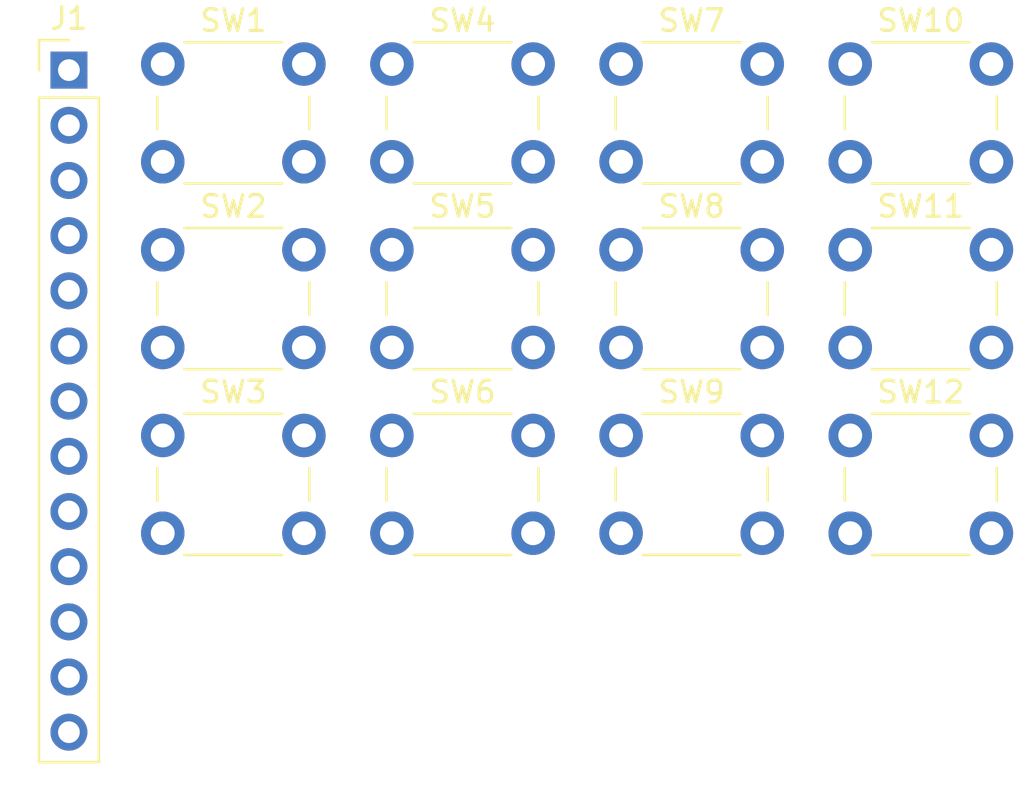
<source format=kicad_pcb>
(kicad_pcb (version 20241229) (generator "pcbnew") (generator_version "9.0")
  (layers (0 "F.Cu" signal) (2 "B.Cu" signal) (13 "F.Paste" user) (15 "B.Paste" user) (5 "F.SilkS" user "F.Silkscreen") (7 "B.SilkS" user "B.Silkscreen") (1 "F.Mask" user) (3 "B.Mask" user) (25 "Edge.Cuts" user))
  (net 0 "")
  (net 1 "KEY_5")
  (net 2 "KEY_2")
  (net 3 "KEY_7")
  (net 4 "KEY_0")
  (net 5 "KEY_9")
  (net 6 "GND")
  (net 7 "KEY_6")
  (net 8 "KEY_1")
  (net 9 "KEY_DOT")
  (net 10 "KEY_4")
  (net 11 "KEY_8")
  (net 12 "KEY_ENTER")
  (net 13 "KEY_3")
  (footprint "Connector_PinHeader_2.54mm:PinHeader_1x13_P2.54mm_Vertical" (layer "F.Cu") (at 150.6716 91.5576)
    (property "Reference" "J1" (at 0 -2.38 0) (layer "F.SilkS"))
    (property "Value" "NumPad")
    (fp_line (start -1.38 -1.38) (end 0 -1.38) (stroke (width 0.12)) (layer "F.SilkS"))
    (fp_line (start -1.38 0) (end -1.38 -1.38) (stroke (width 0.12)) (layer "F.SilkS"))
    (fp_line (start -1.38 1.27) (end -1.38 31.86) (stroke (width 0.12)) (layer "F.SilkS"))
    (fp_line (start -1.38 1.27) (end 1.38 1.27) (stroke (width 0.12)) (layer "F.SilkS"))
    (fp_line (start -1.38 31.86) (end 1.38 31.86) (stroke (width 0.12)) (layer "F.SilkS"))
    (fp_line (start 1.38 1.27) (end 1.38 31.86) (stroke (width 0.12)) (layer "F.SilkS"))
    (pad "1" thru_hole rect (at 0 0) (size 1.7 1.7) (drill 1) (layers "*.Cu" "*.Mask") (net 4 "KEY_0"))
    (pad "2" thru_hole circle (at 0 2.54) (size 1.7 1.7) (drill 1) (layers "*.Cu" "*.Mask") (net 9 "KEY_DOT"))
    (pad "3" thru_hole circle (at 0 5.08) (size 1.7 1.7) (drill 1) (layers "*.Cu" "*.Mask") (net 12 "KEY_ENTER"))
    (pad "4" thru_hole circle (at 0 7.62) (size 1.7 1.7) (drill 1) (layers "*.Cu" "*.Mask") (net 8 "KEY_1"))
    (pad "5" thru_hole circle (at 0 10.16) (size 1.7 1.7) (drill 1) (layers "*.Cu" "*.Mask") (net 2 "KEY_2"))
    (pad "6" thru_hole circle (at 0 12.7) (size 1.7 1.7) (drill 1) (layers "*.Cu" "*.Mask") (net 13 "KEY_3"))
    (pad "7" thru_hole circle (at 0 15.24) (size 1.7 1.7) (drill 1) (layers "*.Cu" "*.Mask") (net 10 "KEY_4"))
    (pad "8" thru_hole circle (at 0 17.78) (size 1.7 1.7) (drill 1) (layers "*.Cu" "*.Mask") (net 1 "KEY_5"))
    (pad "9" thru_hole circle (at 0 20.32) (size 1.7 1.7) (drill 1) (layers "*.Cu" "*.Mask") (net 7 "KEY_6"))
    (pad "10" thru_hole circle (at 0 22.86) (size 1.7 1.7) (drill 1) (layers "*.Cu" "*.Mask") (net 3 "KEY_7"))
    (pad "11" thru_hole circle (at 0 25.4) (size 1.7 1.7) (drill 1) (layers "*.Cu" "*.Mask") (net 11 "KEY_8"))
    (pad "12" thru_hole circle (at 0 27.94) (size 1.7 1.7) (drill 1) (layers "*.Cu" "*.Mask") (net 5 "KEY_9"))
    (pad "13" thru_hole circle (at 0 30.48) (size 1.7 1.7) (drill 1) (layers "*.Cu" "*.Mask") (net 6 "GND"))
  )
  (footprint "Button_Switch_THT:SW_PUSH_6mm" (layer "F.Cu") (at 165.5416 99.8276)
    (property "Reference" "SW5" (at 3.25 -2 0) (layer "F.SilkS"))
    (property "Value" "Key_5")
    (fp_line (start -0.25 1.5) (end -0.25 3) (stroke (width 0.12)) (layer "F.SilkS"))
    (fp_line (start 1 5.5) (end 5.5 5.5) (stroke (width 0.12)) (layer "F.SilkS"))
    (fp_line (start 5.5 -1) (end 1 -1) (stroke (width 0.12)) (layer "F.SilkS"))
    (fp_line (start 6.75 3) (end 6.75 1.5) (stroke (width 0.12)) (layer "F.SilkS"))
    (pad "1" thru_hole circle (at 0 0 90) (size 2 2) (drill 1.1) (layers "*.Cu" "*.Mask") (net 6 "GND"))
    (pad "1" thru_hole circle (at 6.5 0 90) (size 2 2) (drill 1.1) (layers "*.Cu" "*.Mask") (net 6 "GND"))
    (pad "2" thru_hole circle (at 0 4.5 90) (size 2 2) (drill 1.1) (layers "*.Cu" "*.Mask") (net 1 "KEY_5"))
    (pad "2" thru_hole circle (at 6.5 4.5 90) (size 2 2) (drill 1.1) (layers "*.Cu" "*.Mask") (net 1 "KEY_5"))
  )
  (footprint "Button_Switch_THT:SW_PUSH_6mm" (layer "F.Cu") (at 154.9916 108.3776)
    (property "Reference" "SW3" (at 3.25 -2 0) (layer "F.SilkS"))
    (property "Value" "Key_9")
    (fp_line (start -0.25 1.5) (end -0.25 3) (stroke (width 0.12)) (layer "F.SilkS"))
    (fp_line (start 1 5.5) (end 5.5 5.5) (stroke (width 0.12)) (layer "F.SilkS"))
    (fp_line (start 5.5 -1) (end 1 -1) (stroke (width 0.12)) (layer "F.SilkS"))
    (fp_line (start 6.75 3) (end 6.75 1.5) (stroke (width 0.12)) (layer "F.SilkS"))
    (pad "1" thru_hole circle (at 0 0 90) (size 2 2) (drill 1.1) (layers "*.Cu" "*.Mask") (net 6 "GND"))
    (pad "1" thru_hole circle (at 6.5 0 90) (size 2 2) (drill 1.1) (layers "*.Cu" "*.Mask") (net 6 "GND"))
    (pad "2" thru_hole circle (at 0 4.5 90) (size 2 2) (drill 1.1) (layers "*.Cu" "*.Mask") (net 5 "KEY_9"))
    (pad "2" thru_hole circle (at 6.5 4.5 90) (size 2 2) (drill 1.1) (layers "*.Cu" "*.Mask") (net 5 "KEY_9"))
  )
  (footprint "Button_Switch_THT:SW_PUSH_6mm" (layer "F.Cu") (at 176.0916 99.8276)
    (property "Reference" "SW8" (at 3.25 -2 0) (layer "F.SilkS"))
    (property "Value" "Key_2")
    (fp_line (start -0.25 1.5) (end -0.25 3) (stroke (width 0.12)) (layer "F.SilkS"))
    (fp_line (start 1 5.5) (end 5.5 5.5) (stroke (width 0.12)) (layer "F.SilkS"))
    (fp_line (start 5.5 -1) (end 1 -1) (stroke (width 0.12)) (layer "F.SilkS"))
    (fp_line (start 6.75 3) (end 6.75 1.5) (stroke (width 0.12)) (layer "F.SilkS"))
    (pad "1" thru_hole circle (at 0 0 90) (size 2 2) (drill 1.1) (layers "*.Cu" "*.Mask") (net 6 "GND"))
    (pad "1" thru_hole circle (at 6.5 0 90) (size 2 2) (drill 1.1) (layers "*.Cu" "*.Mask") (net 6 "GND"))
    (pad "2" thru_hole circle (at 0 4.5 90) (size 2 2) (drill 1.1) (layers "*.Cu" "*.Mask") (net 2 "KEY_2"))
    (pad "2" thru_hole circle (at 6.5 4.5 90) (size 2 2) (drill 1.1) (layers "*.Cu" "*.Mask") (net 2 "KEY_2"))
  )
  (footprint "Button_Switch_THT:SW_PUSH_6mm" (layer "F.Cu") (at 186.6416 108.3776)
    (property "Reference" "SW12" (at 3.25 -2 0) (layer "F.SilkS"))
    (property "Value" "Key_Enter")
    (fp_line (start -0.25 1.5) (end -0.25 3) (stroke (width 0.12)) (layer "F.SilkS"))
    (fp_line (start 1 5.5) (end 5.5 5.5) (stroke (width 0.12)) (layer "F.SilkS"))
    (fp_line (start 5.5 -1) (end 1 -1) (stroke (width 0.12)) (layer "F.SilkS"))
    (fp_line (start 6.75 3) (end 6.75 1.5) (stroke (width 0.12)) (layer "F.SilkS"))
    (pad "1" thru_hole circle (at 0 0 90) (size 2 2) (drill 1.1) (layers "*.Cu" "*.Mask") (net 6 "GND"))
    (pad "1" thru_hole circle (at 6.5 0 90) (size 2 2) (drill 1.1) (layers "*.Cu" "*.Mask") (net 6 "GND"))
    (pad "2" thru_hole circle (at 0 4.5 90) (size 2 2) (drill 1.1) (layers "*.Cu" "*.Mask") (net 12 "KEY_ENTER"))
    (pad "2" thru_hole circle (at 6.5 4.5 90) (size 2 2) (drill 1.1) (layers "*.Cu" "*.Mask") (net 12 "KEY_ENTER"))
  )
  (footprint "Button_Switch_THT:SW_PUSH_6mm" (layer "F.Cu") (at 176.0916 91.2776)
    (property "Reference" "SW7" (at 3.25 -2 0) (layer "F.SilkS"))
    (property "Value" "Key_1")
    (fp_line (start -0.25 1.5) (end -0.25 3) (stroke (width 0.12)) (layer "F.SilkS"))
    (fp_line (start 1 5.5) (end 5.5 5.5) (stroke (width 0.12)) (layer "F.SilkS"))
    (fp_line (start 5.5 -1) (end 1 -1) (stroke (width 0.12)) (layer "F.SilkS"))
    (fp_line (start 6.75 3) (end 6.75 1.5) (stroke (width 0.12)) (layer "F.SilkS"))
    (pad "1" thru_hole circle (at 0 0 90) (size 2 2) (drill 1.1) (layers "*.Cu" "*.Mask") (net 6 "GND"))
    (pad "1" thru_hole circle (at 6.5 0 90) (size 2 2) (drill 1.1) (layers "*.Cu" "*.Mask") (net 6 "GND"))
    (pad "2" thru_hole circle (at 0 4.5 90) (size 2 2) (drill 1.1) (layers "*.Cu" "*.Mask") (net 8 "KEY_1"))
    (pad "2" thru_hole circle (at 6.5 4.5 90) (size 2 2) (drill 1.1) (layers "*.Cu" "*.Mask") (net 8 "KEY_1"))
  )
  (footprint "Button_Switch_THT:SW_PUSH_6mm" (layer "F.Cu") (at 165.5416 91.2776)
    (property "Reference" "SW4" (at 3.25 -2 0) (layer "F.SilkS"))
    (property "Value" "Key_4")
    (fp_line (start -0.25 1.5) (end -0.25 3) (stroke (width 0.12)) (layer "F.SilkS"))
    (fp_line (start 1 5.5) (end 5.5 5.5) (stroke (width 0.12)) (layer "F.SilkS"))
    (fp_line (start 5.5 -1) (end 1 -1) (stroke (width 0.12)) (layer "F.SilkS"))
    (fp_line (start 6.75 3) (end 6.75 1.5) (stroke (width 0.12)) (layer "F.SilkS"))
    (pad "1" thru_hole circle (at 0 0 90) (size 2 2) (drill 1.1) (layers "*.Cu" "*.Mask") (net 6 "GND"))
    (pad "1" thru_hole circle (at 6.5 0 90) (size 2 2) (drill 1.1) (layers "*.Cu" "*.Mask") (net 6 "GND"))
    (pad "2" thru_hole circle (at 0 4.5 90) (size 2 2) (drill 1.1) (layers "*.Cu" "*.Mask") (net 10 "KEY_4"))
    (pad "2" thru_hole circle (at 6.5 4.5 90) (size 2 2) (drill 1.1) (layers "*.Cu" "*.Mask") (net 10 "KEY_4"))
  )
  (footprint "Button_Switch_THT:SW_PUSH_6mm" (layer "F.Cu") (at 154.9916 99.8276)
    (property "Reference" "SW2" (at 3.25 -2 0) (layer "F.SilkS"))
    (property "Value" "Key_8")
    (fp_line (start -0.25 1.5) (end -0.25 3) (stroke (width 0.12)) (layer "F.SilkS"))
    (fp_line (start 1 5.5) (end 5.5 5.5) (stroke (width 0.12)) (layer "F.SilkS"))
    (fp_line (start 5.5 -1) (end 1 -1) (stroke (width 0.12)) (layer "F.SilkS"))
    (fp_line (start 6.75 3) (end 6.75 1.5) (stroke (width 0.12)) (layer "F.SilkS"))
    (pad "1" thru_hole circle (at 0 0 90) (size 2 2) (drill 1.1) (layers "*.Cu" "*.Mask") (net 6 "GND"))
    (pad "1" thru_hole circle (at 6.5 0 90) (size 2 2) (drill 1.1) (layers "*.Cu" "*.Mask") (net 6 "GND"))
    (pad "2" thru_hole circle (at 0 4.5 90) (size 2 2) (drill 1.1) (layers "*.Cu" "*.Mask") (net 11 "KEY_8"))
    (pad "2" thru_hole circle (at 6.5 4.5 90) (size 2 2) (drill 1.1) (layers "*.Cu" "*.Mask") (net 11 "KEY_8"))
  )
  (footprint "Button_Switch_THT:SW_PUSH_6mm" (layer "F.Cu") (at 176.0916 108.3776)
    (property "Reference" "SW9" (at 3.25 -2 0) (layer "F.SilkS"))
    (property "Value" "Key_3")
    (fp_line (start -0.25 1.5) (end -0.25 3) (stroke (width 0.12)) (layer "F.SilkS"))
    (fp_line (start 1 5.5) (end 5.5 5.5) (stroke (width 0.12)) (layer "F.SilkS"))
    (fp_line (start 5.5 -1) (end 1 -1) (stroke (width 0.12)) (layer "F.SilkS"))
    (fp_line (start 6.75 3) (end 6.75 1.5) (stroke (width 0.12)) (layer "F.SilkS"))
    (pad "1" thru_hole circle (at 0 0 90) (size 2 2) (drill 1.1) (layers "*.Cu" "*.Mask") (net 6 "GND"))
    (pad "1" thru_hole circle (at 6.5 0 90) (size 2 2) (drill 1.1) (layers "*.Cu" "*.Mask") (net 6 "GND"))
    (pad "2" thru_hole circle (at 0 4.5 90) (size 2 2) (drill 1.1) (layers "*.Cu" "*.Mask") (net 13 "KEY_3"))
    (pad "2" thru_hole circle (at 6.5 4.5 90) (size 2 2) (drill 1.1) (layers "*.Cu" "*.Mask") (net 13 "KEY_3"))
  )
  (footprint "Button_Switch_THT:SW_PUSH_6mm" (layer "F.Cu") (at 154.9916 91.2776)
    (property "Reference" "SW1" (at 3.25 -2 0) (layer "F.SilkS"))
    (property "Value" "Key_7")
    (fp_line (start -0.25 1.5) (end -0.25 3) (stroke (width 0.12)) (layer "F.SilkS"))
    (fp_line (start 1 5.5) (end 5.5 5.5) (stroke (width 0.12)) (layer "F.SilkS"))
    (fp_line (start 5.5 -1) (end 1 -1) (stroke (width 0.12)) (layer "F.SilkS"))
    (fp_line (start 6.75 3) (end 6.75 1.5) (stroke (width 0.12)) (layer "F.SilkS"))
    (pad "1" thru_hole circle (at 0 0 90) (size 2 2) (drill 1.1) (layers "*.Cu" "*.Mask") (net 6 "GND"))
    (pad "1" thru_hole circle (at 6.5 0 90) (size 2 2) (drill 1.1) (layers "*.Cu" "*.Mask") (net 6 "GND"))
    (pad "2" thru_hole circle (at 0 4.5 90) (size 2 2) (drill 1.1) (layers "*.Cu" "*.Mask") (net 3 "KEY_7"))
    (pad "2" thru_hole circle (at 6.5 4.5 90) (size 2 2) (drill 1.1) (layers "*.Cu" "*.Mask") (net 3 "KEY_7"))
  )
  (footprint "Button_Switch_THT:SW_PUSH_6mm" (layer "F.Cu") (at 186.6416 99.8276)
    (property "Reference" "SW11" (at 3.25 -2 0) (layer "F.SilkS"))
    (property "Value" "Key_Dot")
    (fp_line (start -0.25 1.5) (end -0.25 3) (stroke (width 0.12)) (layer "F.SilkS"))
    (fp_line (start 1 5.5) (end 5.5 5.5) (stroke (width 0.12)) (layer "F.SilkS"))
    (fp_line (start 5.5 -1) (end 1 -1) (stroke (width 0.12)) (layer "F.SilkS"))
    (fp_line (start 6.75 3) (end 6.75 1.5) (stroke (width 0.12)) (layer "F.SilkS"))
    (pad "1" thru_hole circle (at 0 0 90) (size 2 2) (drill 1.1) (layers "*.Cu" "*.Mask") (net 6 "GND"))
    (pad "1" thru_hole circle (at 6.5 0 90) (size 2 2) (drill 1.1) (layers "*.Cu" "*.Mask") (net 6 "GND"))
    (pad "2" thru_hole circle (at 0 4.5 90) (size 2 2) (drill 1.1) (layers "*.Cu" "*.Mask") (net 9 "KEY_DOT"))
    (pad "2" thru_hole circle (at 6.5 4.5 90) (size 2 2) (drill 1.1) (layers "*.Cu" "*.Mask") (net 9 "KEY_DOT"))
  )
  (footprint "Button_Switch_THT:SW_PUSH_6mm" (layer "F.Cu") (at 186.6416 91.2776)
    (property "Reference" "SW10" (at 3.25 -2 0) (layer "F.SilkS"))
    (property "Value" "Key_0")
    (fp_line (start -0.25 1.5) (end -0.25 3) (stroke (width 0.12)) (layer "F.SilkS"))
    (fp_line (start 1 5.5) (end 5.5 5.5) (stroke (width 0.12)) (layer "F.SilkS"))
    (fp_line (start 5.5 -1) (end 1 -1) (stroke (width 0.12)) (layer "F.SilkS"))
    (fp_line (start 6.75 3) (end 6.75 1.5) (stroke (width 0.12)) (layer "F.SilkS"))
    (pad "1" thru_hole circle (at 0 0 90) (size 2 2) (drill 1.1) (layers "*.Cu" "*.Mask") (net 6 "GND"))
    (pad "1" thru_hole circle (at 6.5 0 90) (size 2 2) (drill 1.1) (layers "*.Cu" "*.Mask") (net 6 "GND"))
    (pad "2" thru_hole circle (at 0 4.5 90) (size 2 2) (drill 1.1) (layers "*.Cu" "*.Mask") (net 4 "KEY_0"))
    (pad "2" thru_hole circle (at 6.5 4.5 90) (size 2 2) (drill 1.1) (layers "*.Cu" "*.Mask") (net 4 "KEY_0"))
  )
  (footprint "Button_Switch_THT:SW_PUSH_6mm" (layer "F.Cu") (at 165.5416 108.3776)
    (property "Reference" "SW6" (at 3.25 -2 0) (layer "F.SilkS"))
    (property "Value" "Key_6")
    (fp_line (start -0.25 1.5) (end -0.25 3) (stroke (width 0.12)) (layer "F.SilkS"))
    (fp_line (start 1 5.5) (end 5.5 5.5) (stroke (width 0.12)) (layer "F.SilkS"))
    (fp_line (start 5.5 -1) (end 1 -1) (stroke (width 0.12)) (layer "F.SilkS"))
    (fp_line (start 6.75 3) (end 6.75 1.5) (stroke (width 0.12)) (layer "F.SilkS"))
    (pad "1" thru_hole circle (at 0 0 90) (size 2 2) (drill 1.1) (layers "*.Cu" "*.Mask") (net 6 "GND"))
    (pad "1" thru_hole circle (at 6.5 0 90) (size 2 2) (drill 1.1) (layers "*.Cu" "*.Mask") (net 6 "GND"))
    (pad "2" thru_hole circle (at 0 4.5 90) (size 2 2) (drill 1.1) (layers "*.Cu" "*.Mask") (net 7 "KEY_6"))
    (pad "2" thru_hole circle (at 6.5 4.5 90) (size 2 2) (drill 1.1) (layers "*.Cu" "*.Mask") (net 7 "KEY_6"))
  )
)
</source>
